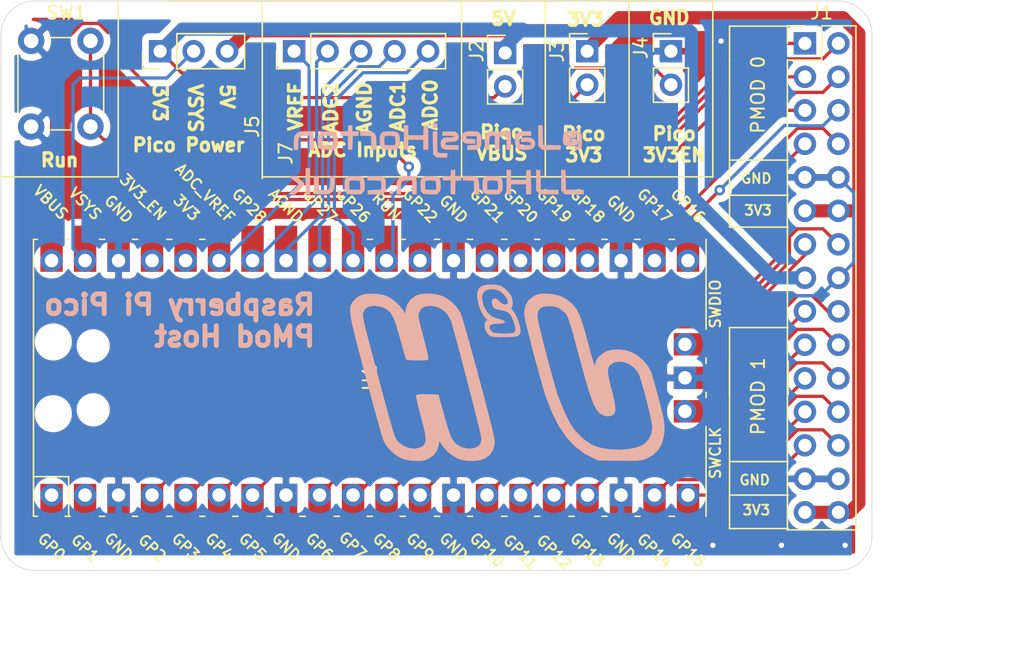
<source format=kicad_pcb>
(kicad_pcb (version 20171130) (host pcbnew "(5.1.9-0-10_14)")
  (layers (0 F.Cu signal hide) (31 B.Cu signal hide) (34 B.Paste user) (35 F.Paste user) (36 B.SilkS user) (37 F.SilkS user) (38 B.Mask user) (39 F.Mask user hide) (44 Edge.Cuts user))
  (net 0 "")
  (net 1 "Net-(U1-Pad43)")
  (net 2 "Net-(U1-Pad41)")
  (net 3 GPIO_15)
  (net 4 GPIO_14)
  (net 5 GPIO_13)
  (net 6 GPIO_12)
  (net 7 GPIO_11)
  (net 8 GPIO_10)
  (net 9 GPIO_09)
  (net 10 GPIO_08)
  (net 11 GND)
  (net 12 +3V3)
  (net 13 GPIO_07)
  (net 14 GPIO_06)
  (net 15 +5V)
  (net 16 GPIO_05)
  (net 17 GPIO_04)
  (net 18 GPIO_03)
  (net 19 GPIO_02)
  (net 20 GPIO_17)
  (net 21 GPIO_16)
  (net 22 GPIO_19)
  (net 23 GPIO_18)
  (net 24 GPIO_21)
  (net 25 GPIO_20)
  (net 26 Pico_VBUS)
  (net 27 Pico_3V3)
  (net 28 Pico_3v3_EN)
  (net 29 Pico_VSYS)
  (net 30 GPIO_22)
  (net 31 GPIO_01)
  (net 32 GPIO_00)
  (net 33 Pico_Run)
  (net 34 ADC0)
  (net 35 ADC1)
  (net 36 AGND)
  (net 37 ADC2)
  (net 38 ADC_VREF)
  (module jjh:ContactDetails_small (layer B.Cu) (at 147.3 85.7 180)
    (fp_text reference G*** hide)
    (fp_text value LOGO hide)
  )
  (module jjh:Untitled (layer B.Cu) (at 152.6 102.7 180)
    (fp_text reference G*** hide)
    (fp_text value LOGO hide)
  )
  (module Connector_PinHeader_2.54mm:PinHeader_2x15_P2.54mm_Vertical (layer F.Cu) (at 175.26 76.8731)
    (fp_text reference J1 (at 1.27 -2.33) (layer F.SilkS))
    (fp_text value Conn_02x15_Odd_Even)
    (pad 30 thru_hole oval (at 2.54 35.56) (size 1.7 1.7) (drill 1) (layers *.Cu *.Mask) (net 12 +3V3))
    (pad 29 thru_hole oval (at 0 35.56) (size 1.7 1.7) (drill 1) (layers *.Cu *.Mask) (net 12 +3V3))
    (pad 28 thru_hole oval (at 2.54 33.02) (size 1.7 1.7) (drill 1) (layers *.Cu *.Mask) (net 11 GND))
    (pad 27 thru_hole oval (at 0 33.02) (size 1.7 1.7) (drill 1) (layers *.Cu *.Mask) (net 11 GND))
    (pad 26 thru_hole oval (at 2.54 30.48) (size 1.7 1.7) (drill 1) (layers *.Cu *.Mask) (net 4 GPIO_14))
    (pad 25 thru_hole oval (at 0 30.48) (size 1.7 1.7) (drill 1) (layers *.Cu *.Mask) (net 3 GPIO_15))
    (pad 24 thru_hole oval (at 2.54 27.94) (size 1.7 1.7) (drill 1) (layers *.Cu *.Mask) (net 6 GPIO_12))
    (pad 23 thru_hole oval (at 0 27.94) (size 1.7 1.7) (drill 1) (layers *.Cu *.Mask) (net 5 GPIO_13))
    (pad 22 thru_hole oval (at 2.54 25.4) (size 1.7 1.7) (drill 1) (layers *.Cu *.Mask) (net 8 GPIO_10))
    (pad 21 thru_hole oval (at 0 25.4) (size 1.7 1.7) (drill 1) (layers *.Cu *.Mask) (net 7 GPIO_11))
    (pad 20 thru_hole oval (at 2.54 22.86) (size 1.7 1.7) (drill 1) (layers *.Cu *.Mask) (net 10 GPIO_08))
    (pad 19 thru_hole oval (at 0 22.86) (size 1.7 1.7) (drill 1) (layers *.Cu *.Mask) (net 9 GPIO_09))
    (pad 18 thru_hole oval (at 2.54 20.32) (size 1.7 1.7) (drill 1) (layers *.Cu *.Mask) (net 14 GPIO_06))
    (pad 17 thru_hole oval (at 0 20.32) (size 1.7 1.7) (drill 1) (layers *.Cu *.Mask) (net 13 GPIO_07))
    (pad 16 thru_hole oval (at 2.54 17.78) (size 1.7 1.7) (drill 1) (layers *.Cu *.Mask) (net 11 GND))
    (pad 15 thru_hole oval (at 0 17.78) (size 1.7 1.7) (drill 1) (layers *.Cu *.Mask) (net 15 +5V))
    (pad 14 thru_hole oval (at 2.54 15.24) (size 1.7 1.7) (drill 1) (layers *.Cu *.Mask) (net 17 GPIO_04))
    (pad 13 thru_hole oval (at 0 15.24) (size 1.7 1.7) (drill 1) (layers *.Cu *.Mask) (net 16 GPIO_05))
    (pad 12 thru_hole oval (at 2.54 12.7) (size 1.7 1.7) (drill 1) (layers *.Cu *.Mask) (net 12 +3V3))
    (pad 11 thru_hole oval (at 0 12.7) (size 1.7 1.7) (drill 1) (layers *.Cu *.Mask) (net 12 +3V3))
    (pad 10 thru_hole oval (at 2.54 10.16) (size 1.7 1.7) (drill 1) (layers *.Cu *.Mask) (net 11 GND))
    (pad 9 thru_hole oval (at 0 10.16) (size 1.7 1.7) (drill 1) (layers *.Cu *.Mask) (net 11 GND))
    (pad 8 thru_hole oval (at 2.54 7.62) (size 1.7 1.7) (drill 1) (layers *.Cu *.Mask) (net 19 GPIO_02))
    (pad 7 thru_hole oval (at 0 7.62) (size 1.7 1.7) (drill 1) (layers *.Cu *.Mask) (net 18 GPIO_03))
    (pad 6 thru_hole oval (at 2.54 5.08) (size 1.7 1.7) (drill 1) (layers *.Cu *.Mask) (net 21 GPIO_16))
    (pad 5 thru_hole oval (at 0 5.08) (size 1.7 1.7) (drill 1) (layers *.Cu *.Mask) (net 20 GPIO_17))
    (pad 4 thru_hole oval (at 2.54 2.54) (size 1.7 1.7) (drill 1) (layers *.Cu *.Mask) (net 23 GPIO_18))
    (pad 3 thru_hole oval (at 0 2.54) (size 1.7 1.7) (drill 1) (layers *.Cu *.Mask) (net 22 GPIO_19))
    (pad 2 thru_hole oval (at 2.54 0) (size 1.7 1.7) (drill 1) (layers *.Cu *.Mask) (net 25 GPIO_20))
    (pad 1 thru_hole rect (at 0 0) (size 1.7 1.7) (drill 1) (layers *.Cu *.Mask) (net 24 GPIO_21))
  )
  (module Button_Switch_THT:SW_PUSH_6mm_H4.3mm (layer F.Cu) (at 116.586 83.185 90)
    (fp_text reference SW1 (at 8.636 2.667 180) (layer F.SilkS))
    (fp_text value SW_Push)
    (pad 1 thru_hole circle (at 6.5 0 180) (size 2 2) (drill 1.1) (layers *.Cu *.Mask) (net 11 GND))
    (pad 2 thru_hole circle (at 6.5 4.5 180) (size 2 2) (drill 1.1) (layers *.Cu *.Mask) (net 33 Pico_Run))
    (pad 1 thru_hole circle (at 0 0 180) (size 2 2) (drill 1.1) (layers *.Cu *.Mask) (net 11 GND))
    (pad 2 thru_hole circle (at 0 4.5 180) (size 2 2) (drill 1.1) (layers *.Cu *.Mask) (net 33 Pico_Run))
  )
  (module Connector_PinHeader_2.54mm:PinHeader_1x05_P2.54mm_Vertical (layer F.Cu) (at 136.525 77.47 90)
    (fp_text reference J7 (at -7.747 -0.635 90) (layer F.SilkS))
    (fp_text value Conn_01x05)
    (pad 5 thru_hole oval (at 0 10.16 90) (size 1.7 1.7) (drill 1) (layers *.Cu *.Mask) (net 34 ADC0))
    (pad 4 thru_hole oval (at 0 7.62 90) (size 1.7 1.7) (drill 1) (layers *.Cu *.Mask) (net 35 ADC1))
    (pad 3 thru_hole oval (at 0 5.08 90) (size 1.7 1.7) (drill 1) (layers *.Cu *.Mask) (net 36 AGND))
    (pad 2 thru_hole oval (at 0 2.54 90) (size 1.7 1.7) (drill 1) (layers *.Cu *.Mask) (net 37 ADC2))
    (pad 1 thru_hole rect (at 0 0 90) (size 1.7 1.7) (drill 1) (layers *.Cu *.Mask) (net 38 ADC_VREF))
  )
  (module Connector_PinHeader_2.54mm:PinHeader_1x03_P2.54mm_Vertical (layer F.Cu) (at 126.365 77.47 90)
    (fp_text reference J5 (at -5.715 6.985 90) (layer F.SilkS))
    (fp_text value Conn_01x03)
    (pad 3 thru_hole oval (at 0 5.08 90) (size 1.7 1.7) (drill 1) (layers *.Cu *.Mask) (net 12 +3V3))
    (pad 2 thru_hole oval (at 0 2.54 90) (size 1.7 1.7) (drill 1) (layers *.Cu *.Mask) (net 29 Pico_VSYS))
    (pad 1 thru_hole rect (at 0 0 90) (size 1.7 1.7) (drill 1) (layers *.Cu *.Mask) (net 15 +5V))
  )
  (module Connector_PinHeader_2.54mm:PinHeader_1x02_P2.54mm_Vertical (layer F.Cu) (at 165.1 77.47)
    (fp_text reference J4 (at -2.286 -0.254 90) (layer F.SilkS))
    (fp_text value Conn_01x02)
    (pad 2 thru_hole oval (at 0 2.54) (size 1.7 1.7) (drill 1) (layers *.Cu *.Mask) (net 28 Pico_3v3_EN))
    (pad 1 thru_hole rect (at 0 0) (size 1.7 1.7) (drill 1) (layers *.Cu *.Mask) (net 11 GND))
  )
  (module Connector_PinHeader_2.54mm:PinHeader_1x02_P2.54mm_Vertical (layer F.Cu) (at 158.75 77.47)
    (fp_text reference J3 (at -2.286 0 90) (layer F.SilkS))
    (fp_text value Conn_01x02)
    (pad 2 thru_hole oval (at 0 2.54) (size 1.7 1.7) (drill 1) (layers *.Cu *.Mask) (net 27 Pico_3V3))
    (pad 1 thru_hole rect (at 0 0) (size 1.7 1.7) (drill 1) (layers *.Cu *.Mask) (net 12 +3V3))
  )
  (module Connector_PinHeader_2.54mm:PinHeader_1x02_P2.54mm_Vertical (layer F.Cu) (at 152.527 77.597)
    (fp_text reference J2 (at -2.159 -0.127 90) (layer F.SilkS))
    (fp_text value Conn_01x02)
    (pad 2 thru_hole oval (at 0 2.54) (size 1.7 1.7) (drill 1) (layers *.Cu *.Mask) (net 26 Pico_VBUS))
    (pad 1 thru_hole rect (at 0 0) (size 1.7 1.7) (drill 1) (layers *.Cu *.Mask) (net 15 +5V))
  )
  (module RPi_Pico:RPi_Pico_SMD_TH (layer F.Cu) (at 142.2654 102.235 90)
    (fp_text reference U1 (at 0 0 90) (layer F.SilkS))
    (fp_text value Pico)
    (fp_text user SWDIO (at 5.6 26.2 90) (layer F.SilkS) (effects (font (size 0.8 0.8))))
    (fp_text user SWCLK (at -5.7 26.2 90) (layer F.SilkS) (effects (font (size 0.8 0.8))))
    (fp_text user AGND (at 13.054 -6.35 135) (layer F.SilkS) (effects (font (size 0.8 0.8))))
    (fp_text user GND (at 12.8 -19.05 135) (layer F.SilkS) (effects (font (size 0.8 0.8))))
    (fp_text user GND (at 12.8 6.35 135) (layer F.SilkS) (effects (font (size 0.8 0.8))))
    (fp_text user GND (at 12.8 19.05 135) (layer F.SilkS) (effects (font (size 0.8 0.8))))
    (fp_text user GND (at -12.8 19.05 135) (layer F.SilkS) (effects (font (size 0.8 0.8))))
    (fp_text user GND (at -12.8 6.35 135) (layer F.SilkS) (effects (font (size 0.8 0.8))))
    (fp_text user GND (at -12.8 -6.35 135) (layer F.SilkS) (effects (font (size 0.8 0.8))))
    (fp_text user GND (at -12.8 -19.05 135) (layer F.SilkS) (effects (font (size 0.8 0.8))))
    (fp_text user VBUS (at 13.3 -24.2 135) (layer F.SilkS) (effects (font (size 0.8 0.8))))
    (fp_text user VSYS (at 13.2 -21.59 135) (layer F.SilkS) (effects (font (size 0.8 0.8))))
    (fp_text user 3V3_EN (at 13.7 -17.2 135) (layer F.SilkS) (effects (font (size 0.8 0.8))))
    (fp_text user 3V3 (at 12.9 -13.9 135) (layer F.SilkS) (effects (font (size 0.8 0.8))))
    (fp_text user ADC_VREF (at 14 -12.5 135) (layer F.SilkS) (effects (font (size 0.8 0.8))))
    (fp_text user GP28 (at 13.054 -9.144 135) (layer F.SilkS) (effects (font (size 0.8 0.8))))
    (fp_text user GP27 (at 13.054 -3.8 135) (layer F.SilkS) (effects (font (size 0.8 0.8))))
    (fp_text user GP26 (at 13.054 -1.27 135) (layer F.SilkS) (effects (font (size 0.8 0.8))))
    (fp_text user RUN (at 13 1.27 135) (layer F.SilkS) (effects (font (size 0.8 0.8))))
    (fp_text user GP22 (at 13.054 3.81 135) (layer F.SilkS) (effects (font (size 0.8 0.8))))
    (fp_text user GP21 (at 13.054 8.9 135) (layer F.SilkS) (effects (font (size 0.8 0.8))))
    (fp_text user GP20 (at 13.054 11.43 135) (layer F.SilkS) (effects (font (size 0.8 0.8))))
    (fp_text user GP19 (at 13.054 13.97 135) (layer F.SilkS) (effects (font (size 0.8 0.8))))
    (fp_text user GP18 (at 13.054 16.51 135) (layer F.SilkS) (effects (font (size 0.8 0.8))))
    (fp_text user GP17 (at 13.054 21.59 135) (layer F.SilkS) (effects (font (size 0.8 0.8))))
    (fp_text user GP16 (at 13.054 24.13 135) (layer F.SilkS) (effects (font (size 0.8 0.8))))
    (fp_text user GP15 (at -13.054 24.13 135) (layer F.SilkS) (effects (font (size 0.8 0.8))))
    (fp_text user GP14 (at -13.1 21.59 135) (layer F.SilkS) (effects (font (size 0.8 0.8))))
    (fp_text user GP13 (at -13.054 16.51 135) (layer F.SilkS) (effects (font (size 0.8 0.8))))
    (fp_text user GP12 (at -13.2 13.97 135) (layer F.SilkS) (effects (font (size 0.8 0.8))))
    (fp_text user GP11 (at -13.2 11.43 135) (layer F.SilkS) (effects (font (size 0.8 0.8))))
    (fp_text user GP10 (at -13.054 8.89 135) (layer F.SilkS) (effects (font (size 0.8 0.8))))
    (fp_text user GP9 (at -12.8 3.81 135) (layer F.SilkS) (effects (font (size 0.8 0.8))))
    (fp_text user GP8 (at -12.8 1.27 135) (layer F.SilkS) (effects (font (size 0.8 0.8))))
    (fp_text user GP7 (at -12.7 -1.3 135) (layer F.SilkS) (effects (font (size 0.8 0.8))))
    (fp_text user GP6 (at -12.8 -3.81 135) (layer F.SilkS) (effects (font (size 0.8 0.8))))
    (fp_text user GP5 (at -12.8 -8.89 135) (layer F.SilkS) (effects (font (size 0.8 0.8))))
    (fp_text user GP4 (at -12.8 -11.43 135) (layer F.SilkS) (effects (font (size 0.8 0.8))))
    (fp_text user GP3 (at -12.8 -13.97 135) (layer F.SilkS) (effects (font (size 0.8 0.8))))
    (fp_text user GP0 (at -12.8 -24.13 135) (layer F.SilkS) (effects (font (size 0.8 0.8))))
    (fp_text user GP2 (at -12.9 -16.51 135) (layer F.SilkS) (effects (font (size 0.8 0.8))))
    (fp_text user GP1 (at -12.9 -21.6 135) (layer F.SilkS) (effects (font (size 0.8 0.8))))
    (pad 43 thru_hole oval (at 2.54 23.9 90) (size 1.7 1.7) (drill 1.02) (layers *.Cu *.Mask) (net 1 "Net-(U1-Pad43)"))
    (pad 43 smd rect (at 2.54 23.9 180) (size 3.5 1.7) (drill (offset -0.9 0)) (layers F.Cu F.Mask) (net 1 "Net-(U1-Pad43)"))
    (pad 42 thru_hole rect (at 0 23.9 90) (size 1.7 1.7) (drill 1.02) (layers *.Cu *.Mask) (net 11 GND))
    (pad 42 smd rect (at 0 23.9 180) (size 3.5 1.7) (drill (offset -0.9 0)) (layers F.Cu F.Mask) (net 11 GND))
    (pad 41 thru_hole oval (at -2.54 23.9 90) (size 1.7 1.7) (drill 1.02) (layers *.Cu *.Mask) (net 2 "Net-(U1-Pad41)"))
    (pad 41 smd rect (at -2.54 23.9 180) (size 3.5 1.7) (drill (offset -0.9 0)) (layers F.Cu F.Mask) (net 2 "Net-(U1-Pad41)"))
    (pad "" np_thru_hole oval (at 2.425 -20.97 90) (size 1.5 1.5) (drill 1.5) (layers *.Cu *.Mask))
    (pad "" np_thru_hole oval (at -2.425 -20.97 90) (size 1.5 1.5) (drill 1.5) (layers *.Cu *.Mask))
    (pad "" np_thru_hole oval (at 2.725 -24 90) (size 1.8 1.8) (drill 1.8) (layers *.Cu *.Mask))
    (pad "" np_thru_hole oval (at -2.725 -24 90) (size 1.8 1.8) (drill 1.8) (layers *.Cu *.Mask))
    (pad 21 smd rect (at 8.89 24.13 90) (size 3.5 1.7) (drill (offset 0.9 0)) (layers F.Cu F.Mask) (net 21 GPIO_16))
    (pad 22 smd rect (at 8.89 21.59 90) (size 3.5 1.7) (drill (offset 0.9 0)) (layers F.Cu F.Mask) (net 20 GPIO_17))
    (pad 23 smd rect (at 8.89 19.05 90) (size 3.5 1.7) (drill (offset 0.9 0)) (layers F.Cu F.Mask) (net 11 GND))
    (pad 24 smd rect (at 8.89 16.51 90) (size 3.5 1.7) (drill (offset 0.9 0)) (layers F.Cu F.Mask) (net 23 GPIO_18))
    (pad 25 smd rect (at 8.89 13.97 90) (size 3.5 1.7) (drill (offset 0.9 0)) (layers F.Cu F.Mask) (net 22 GPIO_19))
    (pad 26 smd rect (at 8.89 11.43 90) (size 3.5 1.7) (drill (offset 0.9 0)) (layers F.Cu F.Mask) (net 25 GPIO_20))
    (pad 27 smd rect (at 8.89 8.89 90) (size 3.5 1.7) (drill (offset 0.9 0)) (layers F.Cu F.Mask) (net 24 GPIO_21))
    (pad 28 smd rect (at 8.89 6.35 90) (size 3.5 1.7) (drill (offset 0.9 0)) (layers F.Cu F.Mask) (net 11 GND))
    (pad 29 smd rect (at 8.89 3.81 90) (size 3.5 1.7) (drill (offset 0.9 0)) (layers F.Cu F.Mask) (net 30 GPIO_22))
    (pad 30 smd rect (at 8.89 1.27 90) (size 3.5 1.7) (drill (offset 0.9 0)) (layers F.Cu F.Mask) (net 33 Pico_Run))
    (pad 31 smd rect (at 8.89 -1.27 90) (size 3.5 1.7) (drill (offset 0.9 0)) (layers F.Cu F.Mask) (net 34 ADC0))
    (pad 32 smd rect (at 8.89 -3.81 90) (size 3.5 1.7) (drill (offset 0.9 0)) (layers F.Cu F.Mask) (net 35 ADC1))
    (pad 33 smd rect (at 8.89 -6.35 90) (size 3.5 1.7) (drill (offset 0.9 0)) (layers F.Cu F.Mask) (net 36 AGND))
    (pad 34 smd rect (at 8.89 -8.89 90) (size 3.5 1.7) (drill (offset 0.9 0)) (layers F.Cu F.Mask) (net 37 ADC2))
    (pad 35 smd rect (at 8.89 -11.43 90) (size 3.5 1.7) (drill (offset 0.9 0)) (layers F.Cu F.Mask) (net 38 ADC_VREF))
    (pad 36 smd rect (at 8.89 -13.97 90) (size 3.5 1.7) (drill (offset 0.9 0)) (layers F.Cu F.Mask) (net 27 Pico_3V3))
    (pad 37 smd rect (at 8.89 -16.51 90) (size 3.5 1.7) (drill (offset 0.9 0)) (layers F.Cu F.Mask) (net 28 Pico_3v3_EN))
    (pad 38 smd rect (at 8.89 -19.05 90) (size 3.5 1.7) (drill (offset 0.9 0)) (layers F.Cu F.Mask) (net 11 GND))
    (pad 39 smd rect (at 8.89 -21.59 90) (size 3.5 1.7) (drill (offset 0.9 0)) (layers F.Cu F.Mask) (net 29 Pico_VSYS))
    (pad 40 smd rect (at 8.89 -24.13 90) (size 3.5 1.7) (drill (offset 0.9 0)) (layers F.Cu F.Mask) (net 26 Pico_VBUS))
    (pad 20 smd rect (at -8.89 24.13 90) (size 3.5 1.7) (drill (offset -0.9 0)) (layers F.Cu F.Mask) (net 3 GPIO_15))
    (pad 19 smd rect (at -8.89 21.59 90) (size 3.5 1.7) (drill (offset -0.9 0)) (layers F.Cu F.Mask) (net 4 GPIO_14))
    (pad 18 smd rect (at -8.89 19.05 90) (size 3.5 1.7) (drill (offset -0.9 0)) (layers F.Cu F.Mask) (net 11 GND))
    (pad 17 smd rect (at -8.89 16.51 90) (size 3.5 1.7) (drill (offset -0.9 0)) (layers F.Cu F.Mask) (net 5 GPIO_13))
    (pad 16 smd rect (at -8.89 13.97 90) (size 3.5 1.7) (drill (offset -0.9 0)) (layers F.Cu F.Mask) (net 6 GPIO_12))
    (pad 15 smd rect (at -8.89 11.43 90) (size 3.5 1.7) (drill (offset -0.9 0)) (layers F.Cu F.Mask) (net 7 GPIO_11))
    (pad 14 smd rect (at -8.89 8.89 90) (size 3.5 1.7) (drill (offset -0.9 0)) (layers F.Cu F.Mask) (net 8 GPIO_10))
    (pad 13 smd rect (at -8.89 6.35 90) (size 3.5 1.7) (drill (offset -0.9 0)) (layers F.Cu F.Mask) (net 11 GND))
    (pad 12 smd rect (at -8.89 3.81 90) (size 3.5 1.7) (drill (offset -0.9 0)) (layers F.Cu F.Mask) (net 9 GPIO_09))
    (pad 11 smd rect (at -8.89 1.27 90) (size 3.5 1.7) (drill (offset -0.9 0)) (layers F.Cu F.Mask) (net 10 GPIO_08))
    (pad 10 smd rect (at -8.89 -1.27 90) (size 3.5 1.7) (drill (offset -0.9 0)) (layers F.Cu F.Mask) (net 13 GPIO_07))
    (pad 9 smd rect (at -8.89 -3.81 90) (size 3.5 1.7) (drill (offset -0.9 0)) (layers F.Cu F.Mask) (net 14 GPIO_06))
    (pad 8 smd rect (at -8.89 -6.35 90) (size 3.5 1.7) (drill (offset -0.9 0)) (layers F.Cu F.Mask) (net 11 GND))
    (pad 7 smd rect (at -8.89 -8.89 90) (size 3.5 1.7) (drill (offset -0.9 0)) (layers F.Cu F.Mask) (net 16 GPIO_05))
    (pad 6 smd rect (at -8.89 -11.43 90) (size 3.5 1.7) (drill (offset -0.9 0)) (layers F.Cu F.Mask) (net 17 GPIO_04))
    (pad 5 smd rect (at -8.89 -13.97 90) (size 3.5 1.7) (drill (offset -0.9 0)) (layers F.Cu F.Mask) (net 18 GPIO_03))
    (pad 4 smd rect (at -8.89 -16.51 90) (size 3.5 1.7) (drill (offset -0.9 0)) (layers F.Cu F.Mask) (net 19 GPIO_02))
    (pad 3 smd rect (at -8.89 -19.05 90) (size 3.5 1.7) (drill (offset -0.9 0)) (layers F.Cu F.Mask) (net 11 GND))
    (pad 2 smd rect (at -8.89 -21.59 90) (size 3.5 1.7) (drill (offset -0.9 0)) (layers F.Cu F.Mask) (net 31 GPIO_01))
    (pad 1 smd rect (at -8.89 -24.13 90) (size 3.5 1.7) (drill (offset -0.9 0)) (layers F.Cu F.Mask) (net 32 GPIO_00))
    (pad 40 thru_hole oval (at 8.89 -24.13 90) (size 1.7 1.7) (drill 1.02) (layers *.Cu *.Mask) (net 26 Pico_VBUS))
    (pad 39 thru_hole oval (at 8.89 -21.59 90) (size 1.7 1.7) (drill 1.02) (layers *.Cu *.Mask) (net 29 Pico_VSYS))
    (pad 38 thru_hole rect (at 8.89 -19.05 90) (size 1.7 1.7) (drill 1.02) (layers *.Cu *.Mask) (net 11 GND))
    (pad 37 thru_hole oval (at 8.89 -16.51 90) (size 1.7 1.7) (drill 1.02) (layers *.Cu *.Mask) (net 28 Pico_3v3_EN))
    (pad 36 thru_hole oval (at 8.89 -13.97 90) (size 1.7 1.7) (drill 1.02) (layers *.Cu *.Mask) (net 27 Pico_3V3))
    (pad 35 thru_hole oval (at 8.89 -11.43 90) (size 1.7 1.7) (drill 1.02) (layers *.Cu *.Mask) (net 38 ADC_VREF))
    (pad 34 thru_hole oval (at 8.89 -8.89 90) (size 1.7 1.7) (drill 1.02) (layers *.Cu *.Mask) (net 37 ADC2))
    (pad 33 thru_hole rect (at 8.89 -6.35 90) (size 1.7 1.7) (drill 1.02) (layers *.Cu *.Mask) (net 36 AGND))
    (pad 32 thru_hole oval (at 8.89 -3.81 90) (size 1.7 1.7) (drill 1.02) (layers *.Cu *.Mask) (net 35 ADC1))
    (pad 31 thru_hole oval (at 8.89 -1.27 90) (size 1.7 1.7) (drill 1.02) (layers *.Cu *.Mask) (net 34 ADC0))
    (pad 30 thru_hole oval (at 8.89 1.27 90) (size 1.7 1.7) (drill 1.02) (layers *.Cu *.Mask) (net 33 Pico_Run))
    (pad 29 thru_hole oval (at 8.89 3.81 90) (size 1.7 1.7) (drill 1.02) (layers *.Cu *.Mask) (net 30 GPIO_22))
    (pad 28 thru_hole rect (at 8.89 6.35 90) (size 1.7 1.7) (drill 1.02) (layers *.Cu *.Mask) (net 11 GND))
    (pad 27 thru_hole oval (at 8.89 8.89 90) (size 1.7 1.7) (drill 1.02) (layers *.Cu *.Mask) (net 24 GPIO_21))
    (pad 26 thru_hole oval (at 8.89 11.43 90) (size 1.7 1.7) (drill 1.02) (layers *.Cu *.Mask) (net 25 GPIO_20))
    (pad 25 thru_hole oval (at 8.89 13.97 90) (size 1.7 1.7) (drill 1.02) (layers *.Cu *.Mask) (net 22 GPIO_19))
    (pad 24 thru_hole oval (at 8.89 16.51 90) (size 1.7 1.7) (drill 1.02) (layers *.Cu *.Mask) (net 23 GPIO_18))
    (pad 23 thru_hole rect (at 8.89 19.05 90) (size 1.7 1.7) (drill 1.02) (layers *.Cu *.Mask) (net 11 GND))
    (pad 22 thru_hole oval (at 8.89 21.59 90) (size 1.7 1.7) (drill 1.02) (layers *.Cu *.Mask) (net 20 GPIO_17))
    (pad 21 thru_hole oval (at 8.89 24.13 90) (size 1.7 1.7) (drill 1.02) (layers *.Cu *.Mask) (net 21 GPIO_16))
    (pad 20 thru_hole oval (at -8.89 24.13 90) (size 1.7 1.7) (drill 1.02) (layers *.Cu *.Mask) (net 3 GPIO_15))
    (pad 19 thru_hole oval (at -8.89 21.59 90) (size 1.7 1.7) (drill 1.02) (layers *.Cu *.Mask) (net 4 GPIO_14))
    (pad 18 thru_hole rect (at -8.89 19.05 90) (size 1.7 1.7) (drill 1.02) (layers *.Cu *.Mask) (net 11 GND))
    (pad 17 thru_hole oval (at -8.89 16.51 90) (size 1.7 1.7) (drill 1.02) (layers *.Cu *.Mask) (net 5 GPIO_13))
    (pad 16 thru_hole oval (at -8.89 13.97 90) (size 1.7 1.7) (drill 1.02) (layers *.Cu *.Mask) (net 6 GPIO_12))
    (pad 15 thru_hole oval (at -8.89 11.43 90) (size 1.7 1.7) (drill 1.02) (layers *.Cu *.Mask) (net 7 GPIO_11))
    (pad 14 thru_hole oval (at -8.89 8.89 90) (size 1.7 1.7) (drill 1.02) (layers *.Cu *.Mask) (net 8 GPIO_10))
    (pad 13 thru_hole rect (at -8.89 6.35 90) (size 1.7 1.7) (drill 1.02) (layers *.Cu *.Mask) (net 11 GND))
    (pad 12 thru_hole oval (at -8.89 3.81 90) (size 1.7 1.7) (drill 1.02) (layers *.Cu *.Mask) (net 9 GPIO_09))
    (pad 11 thru_hole oval (at -8.89 1.27 90) (size 1.7 1.7) (drill 1.02) (layers *.Cu *.Mask) (net 10 GPIO_08))
    (pad 10 thru_hole oval (at -8.89 -1.27 90) (size 1.7 1.7) (drill 1.02) (layers *.Cu *.Mask) (net 13 GPIO_07))
    (pad 9 thru_hole oval (at -8.89 -3.81 90) (size 1.7 1.7) (drill 1.02) (layers *.Cu *.Mask) (net 14 GPIO_06))
    (pad 8 thru_hole rect (at -8.89 -6.35 90) (size 1.7 1.7) (drill 1.02) (layers *.Cu *.Mask) (net 11 GND))
    (pad 7 thru_hole oval (at -8.89 -8.89 90) (size 1.7 1.7) (drill 1.02) (layers *.Cu *.Mask) (net 16 GPIO_05))
    (pad 6 thru_hole oval (at -8.89 -11.43 90) (size 1.7 1.7) (drill 1.02) (layers *.Cu *.Mask) (net 17 GPIO_04))
    (pad 5 thru_hole oval (at -8.89 -13.97 90) (size 1.7 1.7) (drill 1.02) (layers *.Cu *.Mask) (net 18 GPIO_03))
    (pad 4 thru_hole oval (at -8.89 -16.51 90) (size 1.7 1.7) (drill 1.02) (layers *.Cu *.Mask) (net 19 GPIO_02))
    (pad 3 thru_hole rect (at -8.89 -19.05 90) (size 1.7 1.7) (drill 1.02) (layers *.Cu *.Mask) (net 11 GND))
    (pad 2 thru_hole oval (at -8.89 -21.59 90) (size 1.7 1.7) (drill 1.02) (layers *.Cu *.Mask) (net 31 GPIO_01))
    (pad 1 thru_hole oval (at -8.89 -24.13 90) (size 1.7 1.7) (drill 1.02) (layers *.Cu *.Mask) (net 32 GPIO_00))
  )
  (gr_line (start 123.19 86.995) (end 114.3 86.995) (layer F.SilkS) (width 0.12))
  (gr_text Run (at 118.745 85.725) (layer F.SilkS) (effects (font (size 1 1) (thickness 0.25))))
  (gr_line (start 123.19 86.995) (end 123.19 73.66) (layer F.SilkS) (width 0.12))
  (gr_line (start 127 73.66) (end 143.51 73.66) (layer F.SilkS) (width 0.12))
  (gr_line (start 134.112 87.122) (end 134.112 73.787) (layer F.SilkS) (width 0.12))
  (gr_line (start 143.51 86.995) (end 134.112 86.995) (layer F.SilkS) (width 0.12))
  (gr_text "ADC Inputs" (at 141.732 84.963) (layer F.SilkS) (effects (font (size 1 1) (thickness 0.25))))
  (gr_text "Pico Power\n" (at 128.524 84.582) (layer F.SilkS) (effects (font (size 1 1) (thickness 0.25))))
  (gr_text "VREF\n" (at 136.652 81.661 90) (layer F.SilkS) (effects (font (size 1 1) (thickness 0.25))))
  (gr_text ADC2 (at 139.319 81.788 90) (layer F.SilkS) (effects (font (size 1 1) (thickness 0.25))))
  (gr_text AGND (at 141.859 81.788 90) (layer F.SilkS) (effects (font (size 1 1) (thickness 0.25))))
  (gr_text "ADC1\n" (at 144.399 81.661 90) (layer F.SilkS) (effects (font (size 1 1) (thickness 0.25))))
  (gr_text "ADC0\n\n\n" (at 148.463 81.534 90) (layer F.SilkS) (effects (font (size 1 1) (thickness 0.25))))
  (gr_line (start 149.225 73.66) (end 149.225 74.422) (layer F.SilkS) (width 0.12))
  (gr_line (start 143.51 73.66) (end 149.225 73.66) (layer F.SilkS) (width 0.12))
  (gr_line (start 149.225 86.995) (end 143.51 86.995) (layer F.SilkS) (width 0.12))
  (gr_text "Raspberry Pi Pico \nPMod Host " (at 138.3 97.9) (layer B.SilkS) (effects (font (size 1.5 1.5) (thickness 0.375)) (justify left mirror)))
  (gr_text "PMOD 1" (at 171.704 103.632 90) (layer F.SilkS) (effects (font (size 1 1))))
  (gr_text "PMOD 0" (at 171.704 80.772 90) (layer F.SilkS) (effects (font (size 1 1))))
  (gr_text GND (at 171.45 109.982) (layer F.SilkS) (effects (font (size 0.75 0.75))))
  (gr_text 3V3 (at 171.577 112.268) (layer F.SilkS) (effects (font (size 0.75 0.75))))
  (gr_text "GND\n" (at 171.577 87.122) (layer F.SilkS) (effects (font (size 0.75 0.75))))
  (gr_text 3V3 (at 171.704 89.535) (layer F.SilkS) (effects (font (size 0.75 0.75))))
  (gr_line (start 169.545 113.665) (end 173.99 113.665) (layer F.SilkS) (width 0.12))
  (gr_line (start 169.545 103.505) (end 169.545 113.665) (layer F.SilkS) (width 0.12))
  (gr_line (start 169.545 100.965) (end 169.545 103.505) (layer F.SilkS) (width 0.12))
  (gr_line (start 173.99 108.585) (end 169.545 108.585) (layer F.SilkS) (width 0.12))
  (gr_line (start 173.99 103.505) (end 173.99 100.965) (layer F.SilkS) (width 0.12))
  (gr_line (start 169.545 111.125) (end 173.99 111.125) (layer F.SilkS) (width 0.12))
  (gr_line (start 169.545 98.425) (end 169.545 103.505) (layer F.SilkS) (width 0.12))
  (gr_line (start 173.99 98.425) (end 169.545 98.425) (layer F.SilkS) (width 0.12))
  (gr_line (start 173.99 90.805) (end 169.545 90.805) (layer F.SilkS) (width 0.12))
  (gr_line (start 169.545 80.645) (end 169.545 90.805) (layer F.SilkS) (width 0.12))
  (gr_line (start 173.99 88.392) (end 169.545 88.392) (layer F.SilkS) (width 0.12))
  (gr_line (start 169.545 78.105) (end 169.545 80.645) (layer F.SilkS) (width 0.12))
  (gr_line (start 169.545 78.105) (end 169.545 75.565) (layer F.SilkS) (width 0.12))
  (gr_line (start 173.99 85.725) (end 169.545 85.725) (layer F.SilkS) (width 0.12))
  (gr_line (start 173.99 75.565) (end 169.545 75.565) (layer F.SilkS) (width 0.12))
  (gr_line (start 168.275 73.66) (end 161.925 73.66) (layer F.SilkS) (width 0.12))
  (gr_line (start 168.275 86.995) (end 168.275 73.66) (layer F.SilkS) (width 0.12))
  (gr_line (start 168.275 86.995) (end 161.925 86.995) (layer F.SilkS) (width 0.12))
  (gr_line (start 161.925 73.66) (end 155.575 73.66) (layer F.SilkS) (width 0.12))
  (gr_line (start 161.925 86.995) (end 161.925 73.66) (layer F.SilkS) (width 0.12))
  (gr_line (start 161.925 86.995) (end 155.575 86.995) (layer F.SilkS) (width 0.12))
  (gr_line (start 155.575 73.66) (end 155.575 86.995) (layer F.SilkS) (width 0.12))
  (gr_line (start 149.225 73.66) (end 155.575 73.66) (layer F.SilkS) (width 0.12))
  (gr_line (start 149.225 86.995) (end 149.225 73.66) (layer F.SilkS) (width 0.12))
  (gr_line (start 155.575 86.995) (end 149.225 86.995) (layer F.SilkS) (width 0.12))
  (gr_text "Pico\n3V3EN\n\n" (at 165.354 85.344) (layer F.SilkS) (effects (font (size 1 1) (thickness 0.25))))
  (gr_text "Pico\n3V3\n\n" (at 158.496 85.344) (layer F.SilkS) (effects (font (size 1 1) (thickness 0.25))))
  (gr_text "Pico\nVBUS\n\n" (at 152.273 85.217) (layer F.SilkS) (effects (font (size 1 1) (thickness 0.25))))
  (gr_text "5V\n\n" (at 152.4 75.8) (layer F.SilkS) (effects (font (size 1 1) (thickness 0.25))))
  (gr_text GND (at 164.973 74.93) (layer F.SilkS) (effects (font (size 1 1) (thickness 0.25))))
  (gr_text 3V3 (at 158.623 75.057) (layer F.SilkS) (effects (font (size 1 1) (thickness 0.25))))
  (gr_text "5V\n" (at 131.445 80.899 270) (layer F.SilkS) (effects (font (size 1 1) (thickness 0.25))))
  (gr_text 3V3 (at 126.365 81.407 270) (layer F.SilkS) (effects (font (size 1 1) (thickness 0.25))))
  (gr_text VSYS (at 129.032 81.788 270) (layer F.SilkS) (effects (font (size 1 1) (thickness 0.25))))
  (gr_arc (start 116.84 114.3) (end 114.3 114.3) (angle -90) (layer Edge.Cuts) (width 0.05))
  (gr_arc (start 177.8 114.3) (end 177.8 116.84) (angle -90) (layer Edge.Cuts) (width 0.05))
  (gr_arc (start 177.8 76.2) (end 180.34 76.2) (angle -90) (layer Edge.Cuts) (width 0.05))
  (gr_arc (start 116.84 76.2) (end 116.84 73.66) (angle -90) (layer Edge.Cuts) (width 0.05))
  (gr_line (start 114.3 76.2) (end 114.3 114.3) (layer Edge.Cuts) (width 0.05))
  (gr_line (start 177.8 73.66) (end 116.84 73.66) (layer Edge.Cuts) (width 0.05))
  (gr_line (start 180.34 114.3) (end 180.34 76.2) (layer Edge.Cuts) (width 0.05))
  (gr_line (start 177.8 116.84) (end 116.84 116.84) (layer Edge.Cuts) (width 0.05))
  (segment (start 166.3954 111.125) (end 168.275 111.125) (width 0.25) (layer F.Cu) (net 3))
  (segment (start 171.4881 111.125) (end 171.323 111.125) (width 0.25) (layer F.Cu) (net 3))
  (segment (start 175.26 107.3531) (end 171.4881 111.125) (width 0.25) (layer F.Cu) (net 3))
  (segment (start 168.275 111.125) (end 171.323 111.125) (width 0.25) (layer F.Cu) (net 3))
  (segment (start 163.8554 111.125) (end 165.030401 109.949999) (width 0.25) (layer F.Cu) (net 4))
  (segment (start 176.624999 106.178099) (end 177.8 107.3531) (width 0.25) (layer F.Cu) (net 4))
  (segment (start 174.695999 106.178099) (end 176.624999 106.178099) (width 0.25) (layer F.Cu) (net 4))
  (segment (start 170.924099 109.949999) (end 174.695999 106.178099) (width 0.25) (layer F.Cu) (net 4))
  (segment (start 168.242999 109.949999) (end 170.924099 109.949999) (width 0.25) (layer F.Cu) (net 4))
  (segment (start 168.242999 109.949999) (end 168.369999 109.949999) (width 0.25) (layer F.Cu) (net 4))
  (segment (start 165.030401 109.949999) (end 168.242999 109.949999) (width 0.25) (layer F.Cu) (net 4))
  (segment (start 170.57311 109.49999) (end 175.26 104.8131) (width 0.25) (layer F.Cu) (net 5))
  (segment (start 160.40041 109.49999) (end 170.57311 109.49999) (width 0.25) (layer F.Cu) (net 5))
  (segment (start 158.7754 111.125) (end 160.40041 109.49999) (width 0.25) (layer F.Cu) (net 5))
  (segment (start 174.618901 103.638099) (end 176.624999 103.638099) (width 0.25) (layer F.Cu) (net 6))
  (segment (start 169.207019 109.049981) (end 174.618901 103.638099) (width 0.25) (layer F.Cu) (net 6))
  (segment (start 176.624999 103.638099) (end 177.8 104.8131) (width 0.25) (layer F.Cu) (net 6))
  (segment (start 158.31042 109.04998) (end 169.207019 109.049981) (width 0.25) (layer F.Cu) (net 6))
  (segment (start 156.2354 111.125) (end 158.31042 109.04998) (width 0.25) (layer F.Cu) (net 6))
  (segment (start 175.26 102.36059) (end 175.26 102.2731) (width 0.25) (layer F.Cu) (net 7))
  (segment (start 169.020619 108.599971) (end 175.26 102.36059) (width 0.25) (layer F.Cu) (net 7))
  (segment (start 156.220429 108.599971) (end 169.020619 108.599971) (width 0.25) (layer F.Cu) (net 7))
  (segment (start 153.6954 111.125) (end 156.220429 108.599971) (width 0.25) (layer F.Cu) (net 7))
  (segment (start 176.624999 101.098099) (end 177.8 102.2731) (width 0.25) (layer F.Cu) (net 8))
  (segment (start 173.736 101.981) (end 174.618901 101.098099) (width 0.25) (layer F.Cu) (net 8))
  (segment (start 154.3304 107.95) (end 169.03418 107.95) (width 0.25) (layer F.Cu) (net 8))
  (segment (start 169.03418 107.95) (end 173.736 103.24818) (width 0.25) (layer F.Cu) (net 8))
  (segment (start 174.618901 101.098099) (end 176.624999 101.098099) (width 0.25) (layer F.Cu) (net 8))
  (segment (start 173.736 103.24818) (end 173.736 101.981) (width 0.25) (layer F.Cu) (net 8))
  (segment (start 151.1554 111.125) (end 154.3304 107.95) (width 0.25) (layer F.Cu) (net 8))
  (segment (start 149.70041 107.49999) (end 146.0754 111.125) (width 0.25) (layer F.Cu) (net 9))
  (segment (start 173.098885 101.894215) (end 173.098885 103.248885) (width 0.25) (layer F.Cu) (net 9))
  (segment (start 168.84778 107.49999) (end 149.70041 107.49999) (width 0.25) (layer F.Cu) (net 9))
  (segment (start 173.098885 103.248885) (end 168.84778 107.49999) (width 0.25) (layer F.Cu) (net 9))
  (segment (start 175.26 99.7331) (end 173.098885 101.894215) (width 0.25) (layer F.Cu) (net 9))
  (segment (start 168.77736 106.934) (end 147.828 106.934) (width 0.25) (layer F.Cu) (net 10))
  (segment (start 172.648875 103.062485) (end 168.77736 106.934) (width 0.25) (layer F.Cu) (net 10))
  (segment (start 172.648875 100.605223) (end 172.648875 103.062485) (width 0.25) (layer F.Cu) (net 10))
  (segment (start 176.624999 98.558099) (end 174.695999 98.558099) (width 0.25) (layer F.Cu) (net 10))
  (segment (start 177.8 99.7331) (end 176.624999 98.558099) (width 0.25) (layer F.Cu) (net 10))
  (segment (start 143.5354 111.1758) (end 147.7772 106.934) (width 0.25) (layer F.Cu) (net 10))
  (segment (start 174.695999 98.558099) (end 172.648875 100.605223) (width 0.25) (layer F.Cu) (net 10))
  (via (at 173.482 114.935) (size 0.8) (drill 0.4) (layers F.Cu B.Cu) (net 11))
  (via (at 178.308 114.935) (size 0.8) (drill 0.4) (layers F.Cu B.Cu) (net 11))
  (via (at 168.275 114.935) (size 0.8) (drill 0.4) (layers F.Cu B.Cu) (net 11))
  (segment (start 116.205 76.304) (end 116.586 76.685) (width 0.25) (layer B.Cu) (net 11))
  (segment (start 116.205 75.565) (end 116.205 76.304) (width 0.25) (layer B.Cu) (net 11))
  (segment (start 178.975001 93.478099) (end 177.8 94.6531) (width 0.25) (layer B.Cu) (net 11))
  (segment (start 178.975001 88.208101) (end 178.975001 93.478099) (width 0.25) (layer B.Cu) (net 11))
  (segment (start 177.8 87.0331) (end 178.975001 88.208101) (width 0.25) (layer B.Cu) (net 11))
  (segment (start 176.435001 96.018099) (end 173.618099 96.018099) (width 0.25) (layer B.Cu) (net 11))
  (segment (start 177.8 94.6531) (end 176.435001 96.018099) (width 0.25) (layer B.Cu) (net 11))
  (via (at 168.9 76.7) (size 0.8) (drill 0.4) (layers F.Cu B.Cu) (net 11))
  (segment (start 131.539999 77.564999) (end 131.445 77.47) (width 0.25) (layer F.Cu) (net 12))
  (segment (start 158.75 76.2) (end 158.342999 75.792999) (width 0.25) (layer F.Cu) (net 12))
  (segment (start 132.995001 75.919999) (end 159.538001 75.919999) (width 1) (layer F.Cu) (net 12))
  (segment (start 131.445 77.47) (end 132.995001 75.919999) (width 1) (layer F.Cu) (net 12))
  (segment (start 158.342999 75.792999) (end 159.665001 75.792999) (width 0.25) (layer F.Cu) (net 12))
  (segment (start 158.75 77.47) (end 158.75 77.343) (width 1) (layer F.Cu) (net 12))
  (segment (start 158.75 77.343) (end 160.173001 75.919999) (width 1) (layer F.Cu) (net 12))
  (segment (start 159.538001 75.919999) (end 160.173001 75.919999) (width 1) (layer F.Cu) (net 12))
  (segment (start 179.350001 111.733999) (end 178.6509 112.4331) (width 1) (layer F.Cu) (net 12))
  (segment (start 178.6509 112.4331) (end 177.8 112.4331) (width 1) (layer F.Cu) (net 12))
  (segment (start 177.8 112.4331) (end 175.26 112.4331) (width 1) (layer F.Cu) (net 12))
  (segment (start 179.337902 89.5731) (end 179.350001 89.561001) (width 1) (layer F.Cu) (net 12))
  (segment (start 175.26 89.5731) (end 179.337902 89.5731) (width 1) (layer F.Cu) (net 12))
  (segment (start 179.350001 89.561001) (end 179.350001 111.733999) (width 1) (layer F.Cu) (net 12))
  (segment (start 178.150902 74.93) (end 161.163 74.93) (width 1) (layer F.Cu) (net 12))
  (segment (start 161.163 74.93) (end 160.173001 75.919999) (width 1) (layer F.Cu) (net 12))
  (segment (start 179.350001 76.129099) (end 178.150902 74.93) (width 1) (layer F.Cu) (net 12))
  (segment (start 179.350001 89.561001) (end 179.350001 76.129099) (width 1) (layer F.Cu) (net 12))
  (segment (start 141.250398 111.125) (end 140.9954 111.125) (width 0.25) (layer F.Cu) (net 13))
  (segment (start 154.007297 98.368101) (end 141.250398 111.125) (width 0.25) (layer F.Cu) (net 13))
  (segment (start 174.6631 97.79) (end 175.26 97.1931) (width 0.25) (layer F.Cu) (net 13))
  (segment (start 174.084999 98.368101) (end 175.26 97.1931) (width 0.25) (layer F.Cu) (net 13))
  (segment (start 154.007297 98.368101) (end 174.084999 98.368101) (width 0.25) (layer F.Cu) (net 13))
  (segment (start 138.4554 111.125) (end 139.903406 109.676994) (width 0.25) (layer F.Cu) (net 14))
  (segment (start 153.924 97.814988) (end 153.924 97.79) (width 0.25) (layer F.Cu) (net 14))
  (segment (start 142.061994 109.676994) (end 153.924 97.814988) (width 0.25) (layer F.Cu) (net 14))
  (segment (start 139.903406 109.676994) (end 142.061994 109.676994) (width 0.25) (layer F.Cu) (net 14))
  (segment (start 174.695999 96.018099) (end 173.609 97.105098) (width 0.25) (layer F.Cu) (net 14))
  (segment (start 175.824001 96.018099) (end 174.695999 96.018099) (width 0.25) (layer F.Cu) (net 14))
  (segment (start 176.999002 97.1931) (end 175.824001 96.018099) (width 0.25) (layer F.Cu) (net 14))
  (segment (start 177.8 97.1931) (end 176.999002 97.1931) (width 0.25) (layer F.Cu) (net 14))
  (segment (start 173.609 97.105098) (end 173.609 97.155) (width 0.25) (layer F.Cu) (net 14))
  (segment (start 172.949012 97.814988) (end 153.924 97.814988) (width 0.25) (layer F.Cu) (net 14))
  (segment (start 173.609 97.155) (end 172.949012 97.814988) (width 0.25) (layer F.Cu) (net 14))
  (segment (start 126.365 77.47) (end 128.016 79.121) (width 0.25) (layer F.Cu) (net 15))
  (segment (start 130.937 79.121) (end 131.089989 79.273989) (width 0.25) (layer F.Cu) (net 15))
  (segment (start 128.016 79.121) (end 130.937 79.121) (width 0.25) (layer F.Cu) (net 15))
  (segment (start 166.510001 75.919999) (end 153.950001 75.919999) (width 1) (layer B.Cu) (net 15))
  (segment (start 153.950001 75.919999) (end 153.823001 75.792999) (width 1) (layer B.Cu) (net 15))
  (segment (start 128.042001 75.792999) (end 126.365 77.47) (width 1) (layer B.Cu) (net 15))
  (segment (start 153.823001 75.792999) (end 128.042001 75.792999) (width 1) (layer B.Cu) (net 15))
  (segment (start 152.527 77.089) (end 153.823001 75.792999) (width 1) (layer B.Cu) (net 15))
  (segment (start 152.527 77.597) (end 152.527 77.089) (width 1) (layer B.Cu) (net 15))
  (segment (start 172.8531 94.6531) (end 175.26 94.6531) (width 1) (layer B.Cu) (net 15))
  (segment (start 166.650001 88.450001) (end 172.8531 94.6531) (width 1) (layer B.Cu) (net 15))
  (segment (start 166.650001 76.059999) (end 166.650001 88.450001) (width 1) (layer B.Cu) (net 15))
  (segment (start 166.510001 75.919999) (end 166.650001 76.059999) (width 1) (layer B.Cu) (net 15))
  (segment (start 133.3754 111.125) (end 135.273416 109.226984) (width 0.25) (layer F.Cu) (net 16))
  (segment (start 135.273416 109.226984) (end 141.875594 109.226984) (width 0.25) (layer F.Cu) (net 16))
  (segment (start 153.47399 97.59399) (end 153.72799 97.33999) (width 0.25) (layer F.Cu) (net 16))
  (segment (start 153.47399 97.628588) (end 153.47399 97.59399) (width 0.25) (layer F.Cu) (net 16))
  (segment (start 141.875594 109.226984) (end 153.47399 97.628588) (width 0.25) (layer F.Cu) (net 16))
  (segment (start 170.834108 97.33999) (end 153.72799 97.33999) (width 0.25) (layer F.Cu) (net 16))
  (segment (start 175.26 92.914098) (end 175.26 92.1131) (width 0.25) (layer F.Cu) (net 16))
  (segment (start 170.834108 97.33999) (end 175.26 92.914098) (width 0.25) (layer F.Cu) (net 16))
  (segment (start 176.624999 90.938099) (end 177.8 92.1131) (width 0.25) (layer F.Cu) (net 17))
  (segment (start 174.695999 90.938099) (end 176.624999 90.938099) (width 0.25) (layer F.Cu) (net 17))
  (segment (start 174.084999 91.549099) (end 174.695999 90.938099) (width 0.25) (layer F.Cu) (net 17))
  (segment (start 174.084999 93.312999) (end 174.084999 91.549099) (width 0.25) (layer F.Cu) (net 17))
  (segment (start 174.154844 93.382844) (end 174.084999 93.312999) (width 0.25) (layer F.Cu) (net 17))
  (segment (start 171.017688 96.52) (end 174.154844 93.382844) (width 0.25) (layer F.Cu) (net 17))
  (segment (start 153.797 96.52) (end 171.017688 96.52) (width 0.25) (layer F.Cu) (net 17))
  (segment (start 133.204829 108.755571) (end 141.561429 108.755571) (width 0.25) (layer F.Cu) (net 17))
  (segment (start 141.561429 108.755571) (end 153.797 96.52) (width 0.25) (layer F.Cu) (net 17))
  (segment (start 130.8354 111.125) (end 133.204829 108.755571) (width 0.25) (layer F.Cu) (net 17))
  (segment (start 173.634989 93.266289) (end 173.634989 86.118111) (width 0.25) (layer F.Cu) (net 18))
  (segment (start 170.831288 96.06999) (end 173.634989 93.266289) (width 0.25) (layer F.Cu) (net 18))
  (segment (start 153.6106 96.06999) (end 170.831288 96.06999) (width 0.25) (layer F.Cu) (net 18))
  (segment (start 141.375029 108.305561) (end 153.6106 96.06999) (width 0.25) (layer F.Cu) (net 18))
  (segment (start 173.634989 86.118111) (end 175.26 84.4931) (width 0.25) (layer F.Cu) (net 18))
  (segment (start 131.369837 108.305561) (end 141.375029 108.305561) (width 0.25) (layer F.Cu) (net 18))
  (segment (start 128.2954 111.379998) (end 131.369837 108.305561) (width 0.25) (layer F.Cu) (net 18))
  (segment (start 128.2954 111.125) (end 128.2954 111.379998) (width 0.25) (layer F.Cu) (net 18))
  (segment (start 153.79418 95.25) (end 141.188629 107.855551) (width 0.25) (layer F.Cu) (net 19))
  (segment (start 171.014868 95.25) (end 153.79418 95.25) (width 0.25) (layer F.Cu) (net 19))
  (segment (start 129.024849 107.855551) (end 125.7554 111.125) (width 0.25) (layer F.Cu) (net 19))
  (segment (start 173.101 93.163868) (end 171.014868 95.25) (width 0.25) (layer F.Cu) (net 19))
  (segment (start 174.695999 83.318099) (end 173.101 84.913098) (width 0.25) (layer F.Cu) (net 19))
  (segment (start 173.101 84.913098) (end 173.101 93.163868) (width 0.25) (layer F.Cu) (net 19))
  (segment (start 176.624999 83.318099) (end 174.695999 83.318099) (width 0.25) (layer F.Cu) (net 19))
  (segment (start 141.188629 107.855551) (end 129.024849 107.855551) (width 0.25) (layer F.Cu) (net 19))
  (segment (start 177.8 84.4931) (end 176.624999 83.318099) (width 0.25) (layer F.Cu) (net 19))
  (segment (start 163.8554 91.799998) (end 169.987297 85.668101) (width 0.25) (layer F.Cu) (net 20))
  (segment (start 163.8554 93.345) (end 163.8554 91.799998) (width 0.25) (layer F.Cu) (net 20))
  (segment (start 175.26 81.9531) (end 174.5869 81.9531) (width 0.25) (layer F.Cu) (net 20))
  (segment (start 169.987297 85.668101) (end 169.987297 85.663703) (width 0.25) (layer F.Cu) (net 20))
  (segment (start 173.6979 81.9531) (end 175.26 81.9531) (width 0.25) (layer F.Cu) (net 20))
  (segment (start 169.987297 85.663703) (end 173.6979 81.9531) (width 0.25) (layer F.Cu) (net 20))
  (segment (start 166.3954 93.345) (end 166.3954 90.4046) (width 0.25) (layer F.Cu) (net 21))
  (segment (start 166.3954 90.4046) (end 168.8 88) (width 0.25) (layer F.Cu) (net 21))
  (segment (start 168.8 88) (end 168.8 88) (width 0.25) (layer F.Cu) (net 21))
  (via (at 168.8 88) (size 0.8) (drill 0.4) (layers F.Cu B.Cu) (net 21))
  (segment (start 174.695999 83.128101) (end 176.624999 83.128101) (width 0.25) (layer B.Cu) (net 21))
  (segment (start 176.624999 83.128101) (end 177.8 81.9531) (width 0.25) (layer B.Cu) (net 21))
  (segment (start 173.7 83.1) (end 174.667898 83.1) (width 0.25) (layer B.Cu) (net 21))
  (segment (start 174.667898 83.1) (end 174.695999 83.128101) (width 0.25) (layer B.Cu) (net 21))
  (segment (start 168.8 88) (end 173.7 83.1) (width 0.25) (layer B.Cu) (net 21))
  (segment (start 156.2354 91.799998) (end 156.2354 93.345) (width 0.25) (layer F.Cu) (net 22))
  (segment (start 164.215398 83.82) (end 156.2354 91.799998) (width 0.25) (layer F.Cu) (net 22))
  (segment (start 164.215398 83.82) (end 165.356819 83.820001) (width 0.25) (layer F.Cu) (net 22))
  (segment (start 169.76372 79.4131) (end 175.26 79.4131) (width 0.25) (layer F.Cu) (net 22))
  (segment (start 165.356819 83.820001) (end 169.76372 79.4131) (width 0.25) (layer F.Cu) (net 22))
  (segment (start 158.7754 91.799998) (end 158.7754 93.345) (width 0.25) (layer F.Cu) (net 23))
  (segment (start 177.8 79.4131) (end 176.624999 80.588101) (width 0.25) (layer F.Cu) (net 23))
  (segment (start 165.991199 84.584199) (end 158.7754 91.799998) (width 0.25) (layer F.Cu) (net 23))
  (segment (start 169.987297 80.588101) (end 165.991199 84.584199) (width 0.25) (layer F.Cu) (net 23))
  (segment (start 176.624999 80.588101) (end 169.987297 80.588101) (width 0.25) (layer F.Cu) (net 23))
  (segment (start 166.082298 84.4931) (end 165.991199 84.584199) (width 0.25) (layer F.Cu) (net 23))
  (segment (start 151.1554 91.799998) (end 151.1554 93.345) (width 0.25) (layer F.Cu) (net 24))
  (segment (start 160.035417 82.919981) (end 151.1554 91.799998) (width 0.25) (layer F.Cu) (net 24))
  (segment (start 160.035417 82.919981) (end 164.984019 82.919981) (width 0.25) (layer F.Cu) (net 24))
  (segment (start 171.0309 76.8731) (end 175.26 76.8731) (width 0.25) (layer F.Cu) (net 24))
  (segment (start 164.984019 82.919981) (end 171.0309 76.8731) (width 0.25) (layer F.Cu) (net 24))
  (segment (start 153.6954 91.799998) (end 153.6954 93.345) (width 0.25) (layer F.Cu) (net 25))
  (segment (start 162.125407 83.369991) (end 153.6954 91.799998) (width 0.25) (layer F.Cu) (net 25))
  (segment (start 170.492309 78.048101) (end 165.170419 83.369991) (width 0.25) (layer F.Cu) (net 25))
  (segment (start 176.624999 78.048101) (end 170.492309 78.048101) (width 0.25) (layer F.Cu) (net 25))
  (segment (start 177.8 76.8731) (end 176.624999 78.048101) (width 0.25) (layer F.Cu) (net 25))
  (segment (start 165.170419 83.369991) (end 162.125407 83.369991) (width 0.25) (layer F.Cu) (net 25))
  (segment (start 121.722001 75.359999) (end 122.411001 76.048999) (width 0.25) (layer F.Cu) (net 26))
  (segment (start 126.324177 80.986999) (end 123.444 78.106822) (width 0.25) (layer F.Cu) (net 26))
  (segment (start 151.677001 80.986999) (end 126.324177 80.986999) (width 0.25) (layer F.Cu) (net 26))
  (segment (start 152.527 80.137) (end 151.677001 80.986999) (width 0.25) (layer F.Cu) (net 26))
  (segment (start 123.444 78.106822) (end 123.444 77.469588) (width 0.25) (layer F.Cu) (net 26))
  (segment (start 123.444 77.469588) (end 123.444 75.438) (width 0.25) (layer F.Cu) (net 26))
  (segment (start 120.449999 75.359999) (end 118.1354 77.674598) (width 0.25) (layer F.Cu) (net 26))
  (segment (start 121.722001 75.359999) (end 120.449999 75.359999) (width 0.25) (layer F.Cu) (net 26))
  (segment (start 118.1354 77.674598) (end 118.1354 93.345) (width 0.25) (layer F.Cu) (net 26))
  (segment (start 121.800002 75.438) (end 121.722001 75.359999) (width 0.25) (layer F.Cu) (net 26))
  (segment (start 123.444 75.438) (end 121.800002 75.438) (width 0.25) (layer F.Cu) (net 26))
  (segment (start 128.2954 91.799998) (end 128.2954 93.345) (width 0.25) (layer F.Cu) (net 27))
  (segment (start 158.75 80.01) (end 153.350301 85.409699) (width 0.25) (layer F.Cu) (net 27))
  (segment (start 150.048301 88.711699) (end 153.350301 85.409699) (width 0.25) (layer F.Cu) (net 27))
  (segment (start 131.383699 88.711699) (end 150.048301 88.711699) (width 0.25) (layer F.Cu) (net 27))
  (segment (start 131.383699 88.711699) (end 128.2954 91.799998) (width 0.25) (layer F.Cu) (net 27))
  (segment (start 127.383199 90.172199) (end 125.7554 91.799998) (width 0.25) (layer F.Cu) (net 28))
  (segment (start 125.7554 91.799998) (end 125.7554 93.345) (width 0.25) (layer F.Cu) (net 28))
  (segment (start 157.099 80.899) (end 153.038311 84.959689) (width 0.25) (layer F.Cu) (net 28))
  (segment (start 157.099 79.502) (end 157.099 80.899) (width 0.25) (layer F.Cu) (net 28))
  (segment (start 165.1 80.01) (end 163.83 78.74) (width 0.25) (layer F.Cu) (net 28))
  (segment (start 157.861 78.74) (end 157.099 79.502) (width 0.25) (layer F.Cu) (net 28))
  (segment (start 128.775801 90.172199) (end 127.383199 90.172199) (width 0.25) (layer F.Cu) (net 28))
  (segment (start 163.83 78.74) (end 157.861 78.74) (width 0.25) (layer F.Cu) (net 28))
  (segment (start 153.038311 84.959689) (end 151.003 86.995) (width 0.25) (layer F.Cu) (net 28))
  (segment (start 151.003 86.995) (end 150.970999 87.027001) (width 0.25) (layer F.Cu) (net 28))
  (segment (start 130.429 88.519) (end 130.939988 88.519) (width 0.25) (layer F.Cu) (net 28))
  (segment (start 130.429 88.519) (end 128.775801 90.172199) (width 0.25) (layer F.Cu) (net 28))
  (segment (start 149.736311 88.261689) (end 150.970999 87.027001) (width 0.25) (layer F.Cu) (net 28))
  (segment (start 131.197299 88.261689) (end 149.736311 88.261689) (width 0.25) (layer F.Cu) (net 28))
  (segment (start 130.939988 88.519) (end 131.197299 88.261689) (width 0.25) (layer F.Cu) (net 28))
  (segment (start 120.65 93.3196) (end 120.6754 93.345) (width 1) (layer F.Cu) (net 29))
  (segment (start 120.269 79.502) (end 126.873 79.502) (width 0.25) (layer B.Cu) (net 29))
  (segment (start 119.760999 92.430599) (end 119.760999 80.010001) (width 0.25) (layer B.Cu) (net 29))
  (segment (start 126.873 79.502) (end 128.905 77.47) (width 0.25) (layer B.Cu) (net 29))
  (segment (start 119.760999 80.010001) (end 120.269 79.502) (width 0.25) (layer B.Cu) (net 29))
  (segment (start 120.6754 93.345) (end 119.760999 92.430599) (width 0.25) (layer B.Cu) (net 29))
  (segment (start 144.018 92.8624) (end 143.5354 93.345) (width 0.25) (layer B.Cu) (net 33))
  (segment (start 144.018 88.392) (end 144.018 92.8624) (width 0.25) (layer B.Cu) (net 33))
  (segment (start 121.086 76.685) (end 121.086 83.185) (width 0.25) (layer F.Cu) (net 33))
  (segment (start 145.2245 87.1855) (end 144.018 88.392) (width 0.25) (layer B.Cu) (net 33))
  (via (at 145.2245 86.233) (size 0.8) (drill 0.4) (layers F.Cu B.Cu) (net 33))
  (segment (start 145.2245 86.233) (end 145.2245 87.1855) (width 0.25) (layer B.Cu) (net 33))
  (segment (start 121.086 83.185) (end 122.085999 84.184999) (width 0.25) (layer F.Cu) (net 33))
  (segment (start 143.176499 84.184999) (end 145.2245 86.233) (width 0.25) (layer F.Cu) (net 33))
  (segment (start 126.348999 84.184999) (end 143.176499 84.184999) (width 0.25) (layer F.Cu) (net 33))
  (segment (start 122.085999 84.184999) (end 126.348999 84.184999) (width 0.25) (layer F.Cu) (net 33))
  (segment (start 126.348999 84.184999) (end 126.508413 84.184999) (width 0.25) (layer F.Cu) (net 33))
  (segment (start 139.58402 81.26898) (end 141.757989 79.095011) (width 0.25) (layer B.Cu) (net 34))
  (segment (start 140.9954 91.3384) (end 139.58402 89.92702) (width 0.25) (layer B.Cu) (net 34))
  (segment (start 139.58402 89.92702) (end 139.58402 81.26898) (width 0.25) (layer B.Cu) (net 34))
  (segment (start 140.9954 93.345) (end 140.9954 91.3384) (width 0.25) (layer B.Cu) (net 34))
  (segment (start 145.059989 79.095011) (end 143.992011 79.095011) (width 0.25) (layer B.Cu) (net 34))
  (segment (start 146.685 77.47) (end 145.059989 79.095011) (width 0.25) (layer B.Cu) (net 34))
  (segment (start 141.757989 79.095011) (end 143.992011 79.095011) (width 0.25) (layer B.Cu) (net 34))
  (segment (start 139.13401 89.9754) (end 139.13401 80.95699) (width 0.25) (layer B.Cu) (net 35))
  (segment (start 138.4554 90.65401) (end 139.13401 89.9754) (width 0.25) (layer B.Cu) (net 35))
  (segment (start 141.445999 78.645001) (end 142.969999 78.645001) (width 0.25) (layer B.Cu) (net 35))
  (segment (start 139.13401 80.95699) (end 141.445999 78.645001) (width 0.25) (layer B.Cu) (net 35))
  (segment (start 142.969999 78.645001) (end 144.145 77.47) (width 0.25) (layer B.Cu) (net 35))
  (segment (start 138.4554 93.345) (end 138.4554 90.65401) (width 0.25) (layer B.Cu) (net 35))
  (segment (start 138.684 80.391) (end 141.605 77.47) (width 0.25) (layer B.Cu) (net 36))
  (segment (start 138.684 89.789) (end 138.684 80.391) (width 0.25) (layer B.Cu) (net 36))
  (segment (start 135.9154 92.5576) (end 138.684 89.789) (width 0.25) (layer B.Cu) (net 36))
  (segment (start 135.9154 93.345) (end 135.9154 92.5576) (width 0.25) (layer B.Cu) (net 36))
  (segment (start 138.23399 88.71501) (end 138.23399 78.30101) (width 0.25) (layer B.Cu) (net 37))
  (segment (start 138.23399 78.30101) (end 139.065 77.47) (width 0.25) (layer B.Cu) (net 37))
  (segment (start 133.604 93.345) (end 138.23399 88.71501) (width 0.25) (layer B.Cu) (net 37))
  (segment (start 133.3754 93.345) (end 133.604 93.345) (width 0.25) (layer B.Cu) (net 37))
  (segment (start 137.668 78.613) (end 136.525 77.47) (width 0.25) (layer B.Cu) (net 38))
  (segment (start 137.668 86.868) (end 137.668 78.613) (width 0.25) (layer B.Cu) (net 38))
  (segment (start 131.191 93.345) (end 137.668 86.868) (width 0.25) (layer B.Cu) (net 38))
  (segment (start 130.8354 93.345) (end 131.191 93.345) (width 0.25) (layer B.Cu) (net 38))
  (zone (net 11) (net_name GND) (layer F.Cu) (connect_pads (clearance 0.508)) (min_thickness 0.254) (fill yes (arc_segments 32) (thermal_gap 0.508) (thermal_bridge_width 0.508))
    (polygon (pts (xy 179.07 115.57) (xy 115.57 115.57) (xy 115.57 74.93) (xy 179.07 74.93)))
  )
  (zone (net 0) (net_name "") (layer F.Cu) (connect_pads (clearance 0.508)) (min_thickness 0.254)
    (keepout (tracks not_allowed) (vias not_allowed) (copperpour not_allowed))
    (fill (arc_segments 32) (thermal_gap 0.508) (thermal_bridge_width 0.508))
    (polygon (pts (xy 125.857 105.791) (xy 123.698 105.791) (xy 123.698 103.632) (xy 125.857 103.632)))
  )
  (zone (net 0) (net_name "") (layer F.Cu) (connect_pads (clearance 0.508)) (min_thickness 0.254)
    (keepout (tracks not_allowed) (vias not_allowed) (copperpour not_allowed))
    (fill (arc_segments 32) (thermal_gap 0.508) (thermal_bridge_width 0.508))
    (polygon (pts (xy 128.27 105.791) (xy 126.238 105.791) (xy 126.238 103.632) (xy 128.27 103.632)))
  )
  (zone (net 0) (net_name "") (layer F.Cu) (connect_pads (clearance 0.508)) (min_thickness 0.254)
    (keepout (tracks not_allowed) (vias not_allowed) (copperpour not_allowed))
    (fill (arc_segments 32) (thermal_gap 0.508) (thermal_bridge_width 0.508))
    (polygon (pts (xy 130.937 105.791) (xy 128.778 105.791) (xy 128.778 103.632) (xy 130.937 103.632)))
  )
  (zone (net 0) (net_name "") (layer F.Cu) (connect_pads (clearance 0.508)) (min_thickness 0.254)
    (keepout (tracks not_allowed) (vias not_allowed) (copperpour not_allowed))
    (fill (arc_segments 32) (thermal_gap 0.508) (thermal_bridge_width 0.508))
    (polygon (pts (xy 122.174 106.045) (xy 117.221 106.045) (xy 117.221 98.425) (xy 122.174 98.425)))
  )
  (zone (net 11) (net_name GND) (layer B.Cu) (connect_pads (clearance 0.508)) (min_thickness 0.254) (fill yes (arc_segments 32) (thermal_gap 0.508) (thermal_bridge_width 0.508))
    (polygon (pts (xy 178.816 115.697) (xy 115.316 115.697) (xy 115.316 75.057) (xy 178.816 75.057)))
  )
)
</source>
